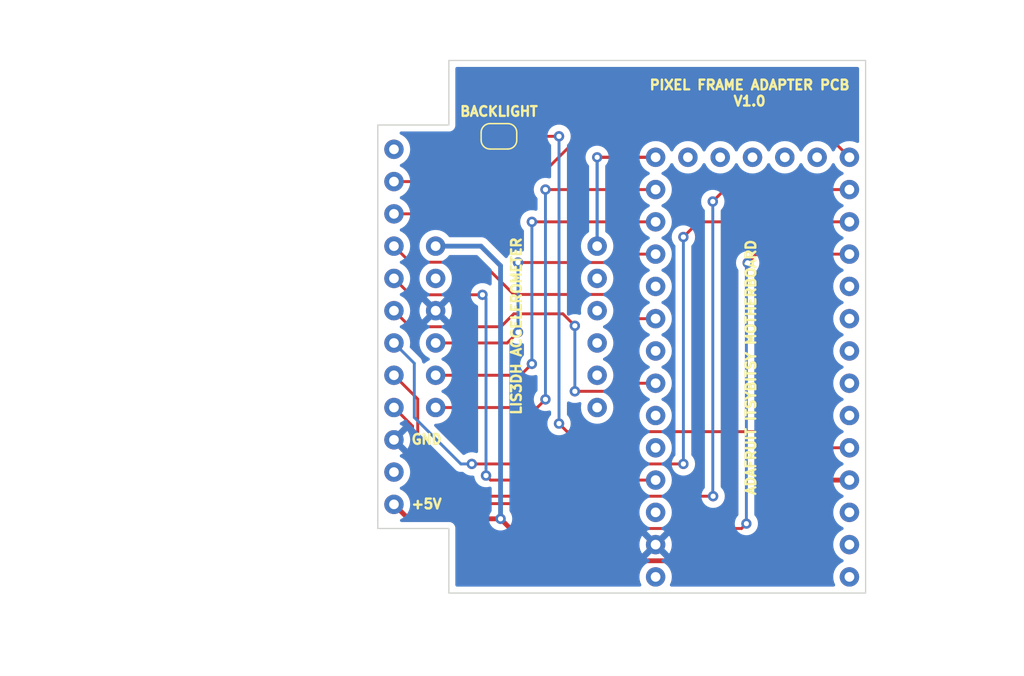
<source format=kicad_pcb>
(kicad_pcb (version 20211014) (generator pcbnew)
  (layers (0 "F.Cu" signal) (31 "B.Cu" signal) (34 "B.Paste" user) (35 "F.Paste" user) (36 "B.SilkS" user "B.Silkscreen") (37 "F.SilkS" user "F.Silkscreen") (38 "B.Mask" user) (39 "F.Mask" user) (44 "Edge.Cuts" user))
  (net 0 "")
  (net 1 "BACKLIGHT")
  (net 2 "+5V")
  (net 4 "GND")
  (net 5 "SPI_CLK")
  (net 6 "SD_CARD_MISO")
  (net 7 "SPI_MOSI")
  (net 8 "RST")
  (net 9 "SPI_DC")
  (net 10 "SD_CARD_CS")
  (net 25 "ACC_INT2")
  (net 26 "ACC_INT")
  (net 27 "I2C_SDA")
  (net 28 "I2C_SCL")
  (net 31 "SPI_CS")
  (net 42 "Net-(JP1-Pad2)")
  (footprint "pixel-frame-library:Adafruit_ItsyBitsy_M4" (layer "F.Cu") (at 161.0614 122.9106 180)
    (fp_text reference "U2" hide)
    (fp_text value "Adafruit_ItsyBitsy_M4")
    (pad "1" thru_hole circle (at -7.62 2.54 180) (size 1.524 1.524) (drill 0.762) (layers *.Cu *.Mask))
    (pad "2" thru_hole circle (at -7.62 5.08 180) (size 1.524 1.524) (drill 0.762) (layers *.Cu *.Mask))
    (pad "3" thru_hole circle (at -7.62 7.62 180) (size 1.524 1.524) (drill 0.762) (layers *.Cu *.Mask))
    (pad "4" thru_hole circle (at -7.62 10.16 180) (size 1.524 1.524) (drill 0.762) (layers *.Cu *.Mask) (net 2 "+5V"))
    (pad "5" thru_hole circle (at -7.62 12.7 180) (size 1.524 1.524) (drill 0.762) (layers *.Cu *.Mask) (net 1 "BACKLIGHT"))
    (pad "6" thru_hole circle (at -7.62 15.24 180) (size 1.524 1.524) (drill 0.762) (layers *.Cu *.Mask))
    (pad "7" thru_hole circle (at -7.62 17.78 180) (size 1.524 1.524) (drill 0.762) (layers *.Cu *.Mask))
    (pad "8" thru_hole circle (at -7.62 20.32 180) (size 1.524 1.524) (drill 0.762) (layers *.Cu *.Mask))
    (pad "9" thru_hole circle (at -7.62 22.86 180) (size 1.524 1.524) (drill 0.762) (layers *.Cu *.Mask))
    (pad "10" thru_hole circle (at -7.62 25.4 180) (size 1.524 1.524) (drill 0.762) (layers *.Cu *.Mask))
    (pad "11" thru_hole circle (at -7.62 27.94 180) (size 1.524 1.524) (drill 0.762) (layers *.Cu *.Mask) (net 5 "SPI_CLK"))
    (pad "12" thru_hole circle (at -7.62 30.48 180) (size 1.524 1.524) (drill 0.762) (layers *.Cu *.Mask) (net 7 "SPI_MOSI"))
    (pad "13" thru_hole circle (at -7.62 33.02 180) (size 1.524 1.524) (drill 0.762) (layers *.Cu *.Mask) (net 6 "SD_CARD_MISO"))
    (pad "14" thru_hole circle (at -7.62 35.56 180) (size 1.524 1.524) (drill 0.762) (layers *.Cu *.Mask) (net 10 "SD_CARD_CS"))
    (pad "15" thru_hole circle (at -5.08 35.56 180) (size 1.524 1.524) (drill 0.762) (layers *.Cu *.Mask))
    (pad "16" thru_hole circle (at -2.54 35.56 180) (size 1.524 1.524) (drill 0.762) (layers *.Cu *.Mask))
    (pad "17" thru_hole circle (at 0 35.56 180) (size 1.524 1.524) (drill 0.762) (layers *.Cu *.Mask))
    (pad "18" thru_hole circle (at 2.54 35.56 180) (size 1.524 1.524) (drill 0.762) (layers *.Cu *.Mask))
    (pad "19" thru_hole circle (at 5.08 35.56 180) (size 1.524 1.524) (drill 0.762) (layers *.Cu *.Mask))
    (pad "20" thru_hole circle (at 7.62 35.56 180) (size 1.524 1.524) (drill 0.762) (layers *.Cu *.Mask) (net 25 "ACC_INT2"))
    (pad "21" thru_hole circle (at 7.62 33.02 180) (size 1.524 1.524) (drill 0.762) (layers *.Cu *.Mask) (net 26 "ACC_INT"))
    (pad "22" thru_hole circle (at 7.62 30.48 180) (size 1.524 1.524) (drill 0.762) (layers *.Cu *.Mask) (net 27 "I2C_SDA"))
    (pad "23" thru_hole circle (at 7.62 27.94 180) (size 1.524 1.524) (drill 0.762) (layers *.Cu *.Mask) (net 28 "I2C_SCL"))
    (pad "24" thru_hole circle (at 7.62 25.4 180) (size 1.524 1.524) (drill 0.762) (layers *.Cu *.Mask))
    (pad "25" thru_hole circle (at 7.62 22.86 180) (size 1.524 1.524) (drill 0.762) (layers *.Cu *.Mask) (net 9 "SPI_DC"))
    (pad "26" thru_hole circle (at 7.62 20.32 180) (size 1.524 1.524) (drill 0.762) (layers *.Cu *.Mask))
    (pad "27" thru_hole circle (at 7.62 17.78 180) (size 1.524 1.524) (drill 0.762) (layers *.Cu *.Mask) (net 31 "SPI_CS"))
    (pad "28" thru_hole circle (at 7.62 15.24 180) (size 1.524 1.524) (drill 0.762) (layers *.Cu *.Mask))
    (pad "29" thru_hole circle (at 7.62 12.7 180) (size 1.524 1.524) (drill 0.762) (layers *.Cu *.Mask))
    (pad "30" thru_hole circle (at 7.62 10.16 180) (size 1.524 1.524) (drill 0.762) (layers *.Cu *.Mask) (net 8 "RST"))
    (pad "31" thru_hole circle (at 7.62 7.62 180) (size 1.524 1.524) (drill 0.762) (layers *.Cu *.Mask))
    (pad "32" thru_hole circle (at 7.62 5.08 180) (size 1.524 1.524) (drill 0.762) (layers *.Cu *.Mask) (net 4 "GND"))
    (pad "33" thru_hole circle (at 7.62 2.54 180) (size 1.524 1.524) (drill 0.762) (layers *.Cu *.Mask))
  )
  (footprint "pixel-frame-library:Adafruit_LIS3DH" (layer "F.Cu") (at 148.844 112.122204 180)
    (fp_text reference "U3" hide)
    (fp_text value "Adafruit_LIS3DH")
    (pad "1" thru_hole circle (at 0 5.08 180) (size 1.524 1.524) (drill 0.762) (layers *.Cu *.Mask))
    (pad "2" thru_hole circle (at 0 7.62 180) (size 1.524 1.524) (drill 0.762) (layers *.Cu *.Mask))
    (pad "3" thru_hole circle (at 0 10.16 180) (size 1.524 1.524) (drill 0.762) (layers *.Cu *.Mask))
    (pad "4" thru_hole circle (at 0 12.7 180) (size 1.524 1.524) (drill 0.762) (layers *.Cu *.Mask))
    (pad "5" thru_hole circle (at 0 15.24 180) (size 1.524 1.524) (drill 0.762) (layers *.Cu *.Mask))
    (pad "6" thru_hole circle (at 0 17.78 180) (size 1.524 1.524) (drill 0.762) (layers *.Cu *.Mask) (net 25 "ACC_INT2"))
    (pad "7" thru_hole circle (at 12.7 17.78 180) (size 1.524 1.524) (drill 0.762) (layers *.Cu *.Mask) (net 2 "+5V"))
    (pad "8" thru_hole circle (at 12.7 15.24 180) (size 1.524 1.524) (drill 0.762) (layers *.Cu *.Mask))
    (pad "9" thru_hole circle (at 12.7 12.7 180) (size 1.524 1.524) (drill 0.762) (layers *.Cu *.Mask) (net 4 "GND"))
    (pad "10" thru_hole circle (at 12.7 10.16 180) (size 1.524 1.524) (drill 0.762) (layers *.Cu *.Mask) (net 28 "I2C_SCL"))
    (pad "11" thru_hole circle (at 12.7 7.62 180) (size 1.524 1.524) (drill 0.762) (layers *.Cu *.Mask) (net 27 "I2C_SDA"))
    (pad "12" thru_hole circle (at 12.7 5.08 180) (size 1.524 1.524) (drill 0.762) (layers *.Cu *.Mask) (net 26 "ACC_INT"))
  )
  (footprint "pixel-frame-library:Adafruit_2_54in_TFT_Display" (layer "F.Cu") (at 132.8674 119.742204 180)
    (fp_text reference "U1" hide)
    (fp_text value "Adafruit_1_54in_TFT")
    (pad "1" thru_hole circle (at 0 5.08 180) (size 1.524 1.524) (drill 0.762) (layers *.Cu *.Mask) (net 2 "+5V"))
    (pad "2" thru_hole circle (at 0 7.62 180) (size 1.524 1.524) (drill 0.762) (layers *.Cu *.Mask))
    (pad "3" thru_hole circle (at 0 10.16 180) (size 1.524 1.524) (drill 0.762) (layers *.Cu *.Mask) (net 4 "GND"))
    (pad "4" thru_hole circle (at 0 12.7 180) (size 1.524 1.524) (drill 0.762) (layers *.Cu *.Mask) (net 5 "SPI_CLK"))
    (pad "5" thru_hole circle (at 0 15.24 180) (size 1.524 1.524) (drill 0.762) (layers *.Cu *.Mask) (net 6 "SD_CARD_MISO"))
    (pad "6" thru_hole circle (at 0 17.78 180) (size 1.524 1.524) (drill 0.762) (layers *.Cu *.Mask) (net 7 "SPI_MOSI"))
    (pad "7" thru_hole circle (at 0 20.32 180) (size 1.524 1.524) (drill 0.762) (layers *.Cu *.Mask) (net 31 "SPI_CS"))
    (pad "8" thru_hole circle (at 0 22.86 180) (size 1.524 1.524) (drill 0.762) (layers *.Cu *.Mask) (net 8 "RST"))
    (pad "9" thru_hole circle (at 0 25.4 180) (size 1.524 1.524) (drill 0.762) (layers *.Cu *.Mask) (net 9 "SPI_DC"))
    (pad "10" thru_hole circle (at 0 27.94 180) (size 1.524 1.524) (drill 0.762) (layers *.Cu *.Mask) (net 10 "SD_CARD_CS"))
    (pad "11" thru_hole circle (at 0 30.48 180) (size 1.524 1.524) (drill 0.762) (layers *.Cu *.Mask) (net 42 "Net-(JP1-Pad2)"))
    (pad "12" thru_hole circle (at 0 33.02 180) (size 1.524 1.524) (drill 0.762) (layers *.Cu *.Mask))
  )
  (footprint "pixel-frame-library:SolderJumper-2_P1.3mm_Bridged_RoundedPad1.0x1.5mm" (layer "F.Cu") (at 141.1224 85.6996 180)
    (fp_text reference "JP1" hide)
    (fp_text value "SolderJumper_2_Bridged")
    (fp_poly (pts (xy 0.25 -0.3) (xy -0.25 -0.3) (xy -0.25 0.3) (xy 0.25 0.3)) (layer "F.Cu") (width 0) (fill solid))
    (fp_line (start -0.7 -1) (end 0.7 -1) (layer "F.SilkS") (width 0.12))
    (fp_line (start -1.4 0.3) (end -1.4 -0.3) (layer "F.SilkS") (width 0.12))
    (fp_line (start 1.4 -0.3) (end 1.4 0.3) (layer "F.SilkS") (width 0.12))
    (fp_line (start 0.7 1) (end -0.7 1) (layer "F.SilkS") (width 0.12))
    (fp_arc (start 1.4 0.3) (mid 1.194975 0.794975) (end 0.7 1) (layer "F.SilkS") (width 0.12))
    (fp_arc (start -1.4 -0.3) (mid -1.194975 -0.794975) (end -0.7 -1) (layer "F.SilkS") (width 0.12))
    (fp_arc (start 0.7 -1) (mid 1.194975 -0.794975) (end 1.4 -0.3) (layer "F.SilkS") (width 0.12))
    (fp_arc (start -0.7 1) (mid -1.194975 0.794975) (end -1.4 0.3) (layer "F.SilkS") (width 0.12))
    (pad "1" smd custom (at -0.65 0 180) (size 1 0.5) (layers "F.Cu" "F.Mask") (net 1 "BACKLIGHT") (options (clearance outline) (anchor rect)) (primitives (gr_circle (center 0 0.25) (end 0.5 0.25) (width 0) (fill yes)) (gr_circle (center 0 -0.25) (end 0.5 -0.25) (width 0) (fill yes)) (gr_poly (pts (xy 0.5 0.75) (xy 0 0.75) (xy 0 -0.75) (xy 0.5 -0.75)) (width 0) (fill yes))))
    (pad "2" smd custom (at 0.65 0 180) (size 1 0.5) (layers "F.Cu" "F.Mask") (net 42 "Net-(JP1-Pad2)") (options (clearance outline) (anchor rect)) (primitives (gr_circle (center 0 0.25) (end 0.5 0.25) (width 0) (fill yes)) (gr_circle (center 0 -0.25) (end 0.5 -0.25) (width 0) (fill yes)) (gr_poly (pts (xy 0 0.75) (xy -0.5 0.75) (xy -0.5 -0.75) (xy 0 -0.75)) (width 0) (fill yes))))
  )
  (gr_line (start 131.5974 115.951) (end 131.5974 85.4202) (layer "Edge.Cuts") (width 0.1))
  (gr_line (start 136.6774 116.5606) (end 137.1854 116.5606) (layer "Edge.Cuts") (width 0.1))
  (gr_line (start 131.5974 84.8106) (end 137.1854 84.8106) (layer "Edge.Cuts") (width 0.1))
  (gr_line (start 137.1854 84.8106) (end 137.1854 79.7306) (layer "Edge.Cuts") (width 0.1))
  (gr_line (start 131.5974 116.5606) (end 131.5974 115.951) (layer "Edge.Cuts") (width 0.1))
  (gr_line (start 131.5974 116.5606) (end 136.6774 116.5606) (layer "Edge.Cuts") (width 0.1))
  (gr_line (start 131.5974 84.8106) (end 131.5974 85.4202) (layer "Edge.Cuts") (width 0.1))
  (gr_line (start 137.1854 121.6406) (end 169.9514 121.6406) (layer "Edge.Cuts") (width 0.1))
  (gr_line (start 137.1854 79.7306) (end 169.9514 79.7306) (layer "Edge.Cuts") (width 0.1))
  (gr_line (start 169.9514 79.7306) (end 169.9514 121.6406) (layer "Edge.Cuts") (width 0.1))
  (gr_line (start 137.1854 116.5606) (end 137.1854 121.6406) (layer "Edge.Cuts") (width 0.1))
  (gr_text "GND" (at 135.4328 109.5502) (layer "F.SilkS") (effects (font (size 0.762 0.762) (thickness 0.1905))))
  (gr_text "V1.0" (at 160.8328 82.931) (layer "F.SilkS") (effects (font (size 0.762 0.762) (thickness 0.1905))))
  (gr_text "+5V" (at 135.4328 114.6302) (layer "F.SilkS") (effects (font (size 0.762 0.762) (thickness 0.1905))))
  (gr_text "BACKLIGHT" (at 141.1224 83.7438) (layer "F.SilkS") (effects (font (size 0.762 0.762) (thickness 0.1905))))
  (gr_text "PIXEL FRAME ADAPTER PCB" (at 160.8328 81.661) (layer "F.SilkS") (effects (font (size 0.762 0.762) (thickness 0.1905))))
  (gr_text "ADAFRUIT ITSYBITSY MOTHERBOARD" (at 160.9344 103.886 90) (layer "F.SilkS") (effects (font (size 0.762 0.762) (thickness 0.1905))))
  (gr_text "LIS3DH ACCELEROMETER" (at 142.494 100.6348 90) (layer "F.SilkS") (effects (font (size 0.762 0.762) (thickness 0.1905))))
  (segment (start 141.7724 85.6996) (end 145.8468 85.6996) (width 0.2286) (layer "F.Cu") (net 1))
  (segment (start 145.8468 108.3056) (end 146.4818 108.9406) (width 0.2286) (layer "F.Cu") (net 1))
  (segment (start 146.4818 108.9406) (end 165.6334 108.9406) (width 0.2286) (layer "F.Cu") (net 1))
  (segment (start 165.6334 108.9406) (end 166.9034 110.2106) (width 0.2286) (layer "F.Cu") (net 1))
  (segment (start 166.9034 110.2106) (end 168.6814 110.2106) (width 0.2286) (layer "F.Cu") (net 1))
  (via (at 145.8468 85.6996) (size 0.8128) (drill 0.4064) (layers "F.Cu" "B.Cu") (net 1))
  (via (at 145.8468 108.3056) (size 0.8128) (drill 0.4064) (layers "F.Cu" "B.Cu") (net 1))
  (segment (start 145.8468 85.6996) (end 145.8468 108.3056) (width 0.2286) (layer "B.Cu") (net 1))
  (segment (start 141.2494 115.7986) (end 134.003796 115.7986) (width 0.381) (layer "F.Cu") (net 2))
  (segment (start 141.2494 115.7986) (end 144.5514 119.1006) (width 0.381) (layer "F.Cu") (net 2))
  (segment (start 160.528 119.1006) (end 166.878 112.7506) (width 0.381) (layer "F.Cu") (net 2))
  (segment (start 134.003796 115.7986) (end 132.8674 114.662204) (width 0.381) (layer "F.Cu") (net 2))
  (segment (start 144.5514 119.1006) (end 160.528 119.1006) (width 0.381) (layer "F.Cu") (net 2))
  (segment (start 166.878 112.7506) (end 168.6814 112.7506) (width 0.381) (layer "F.Cu") (net 2))
  (via (at 141.2494 115.7986) (size 0.8128) (drill 0.4064) (layers "F.Cu" "B.Cu") (net 2))
  (segment (start 141.2494 95.885) (end 141.2494 115.7986) (width 0.381) (layer "B.Cu") (net 2))
  (segment (start 136.144 94.342204) (end 139.706604 94.342204) (width 0.381) (layer "B.Cu") (net 2))
  (segment (start 139.706604 94.342204) (end 141.2494 95.885) (width 0.381) (layer "B.Cu") (net 2))
  (segment (start 132.8674 107.042204) (end 134.33038 108.505184) (width 0.2286) (layer "F.Cu") (net 5))
  (segment (start 137.287 114.6048) (end 148.4376 114.6048) (width 0.2286) (layer "F.Cu") (net 5))
  (segment (start 161.3662 94.9706) (end 160.6804 95.6564) (width 0.2286) (layer "F.Cu") (net 5))
  (segment (start 134.33038 108.505184) (end 134.33038 111.64818) (width 0.2286) (layer "F.Cu") (net 5))
  (segment (start 168.6814 94.9706) (end 161.3662 94.9706) (width 0.2286) (layer "F.Cu") (net 5))
  (segment (start 160.1978 116.5606) (end 160.5788 116.1796) (width 0.2286) (layer "F.Cu") (net 5))
  (segment (start 148.4376 114.6048) (end 150.3934 116.5606) (width 0.2286) (layer "F.Cu") (net 5))
  (segment (start 134.33038 111.64818) (end 137.287 114.6048) (width 0.2286) (layer "F.Cu") (net 5))
  (segment (start 150.3934 116.5606) (end 160.1978 116.5606) (width 0.2286) (layer "F.Cu") (net 5))
  (via (at 160.5788 116.1796) (size 0.8) (drill 0.4) (layers "F.Cu" "B.Cu") (net 5))
  (via (at 160.6804 95.6564) (size 0.8128) (drill 0.4064) (layers "F.Cu" "B.Cu") (net 5))
  (segment (start 160.5788 116.1796) (end 160.5788 95.758) (width 0.2286) (layer "B.Cu") (net 5))
  (segment (start 160.5788 95.758) (end 160.6042 95.7326) (width 0.2286) (layer "B.Cu") (net 5))
  (segment (start 160.6042 95.7326) (end 160.6804 95.6564) (width 0.2286) (layer "B.Cu") (net 5))
  (segment (start 137.4902 114.0206) (end 157.9626 114.0206) (width 0.2286) (layer "F.Cu") (net 6))
  (segment (start 157.9372 90.8304) (end 158.877 89.8906) (width 0.2286) (layer "F.Cu") (net 6))
  (segment (start 132.8674 104.502204) (end 134.7363 106.371104) (width 0.2286) (layer "F.Cu") (net 6))
  (segment (start 158.877 89.8906) (end 168.6814 89.8906) (width 0.2286) (layer "F.Cu") (net 6))
  (segment (start 134.7363 111.2667) (end 137.4902 114.0206) (width 0.2286) (layer "F.Cu") (net 6))
  (segment (start 134.7363 106.371104) (end 134.7363 111.2667) (width 0.2286) (layer "F.Cu") (net 6))
  (via (at 157.9626 114.0206) (size 0.8128) (drill 0.4064) (layers "F.Cu" "B.Cu") (net 6))
  (via (at 157.9372 90.8304) (size 0.8128) (drill 0.4064) (layers "F.Cu" "B.Cu") (net 6))
  (segment (start 157.9626 114.0206) (end 157.9372 113.9952) (width 0.2286) (layer "B.Cu") (net 6))
  (segment (start 157.9372 113.9952) (end 157.9372 90.8304) (width 0.2286) (layer "B.Cu") (net 6))
  (segment (start 155.6258 93.6244) (end 156.8196 92.4306) (width 0.2286) (layer "F.Cu") (net 7))
  (segment (start 138.9888 111.4806) (end 155.6258 111.4806) (width 0.2286) (layer "F.Cu") (net 7))
  (segment (start 156.8196 92.4306) (end 168.6814 92.4306) (width 0.2286) (layer "F.Cu") (net 7))
  (via (at 155.6258 93.6244) (size 0.8128) (drill 0.4064) (layers "F.Cu" "B.Cu") (net 7))
  (via (at 155.6258 111.4806) (size 0.8128) (drill 0.4064) (layers "F.Cu" "B.Cu") (net 7))
  (via (at 138.9888 111.4806) (size 0.8128) (drill 0.4064) (layers "F.Cu" "B.Cu") (net 7))
  (segment (start 132.8674 101.962204) (end 134.467596 103.5624) (width 0.2286) (layer "B.Cu") (net 7))
  (segment (start 138.1252 111.4806) (end 134.467596 107.822996) (width 0.2286) (layer "B.Cu") (net 7))
  (segment (start 138.9888 111.4806) (end 138.1252 111.4806) (width 0.2286) (layer "B.Cu") (net 7))
  (segment (start 134.467596 107.822996) (end 134.467596 103.5624) (width 0.2286) (layer "B.Cu") (net 7))
  (segment (start 155.6258 111.4806) (end 155.6258 93.6244) (width 0.2286) (layer "B.Cu") (net 7))
  (segment (start 134.156196 98.171) (end 139.827 98.171) (width 0.2286) (layer "F.Cu") (net 8))
  (segment (start 132.8674 96.882204) (end 134.156196 98.171) (width 0.2286) (layer "F.Cu") (net 8))
  (segment (start 140.462 112.7506) (end 140.1064 112.395) (width 0.2286) (layer "F.Cu") (net 8))
  (segment (start 153.4414 112.7506) (end 140.462 112.7506) (width 0.2286) (layer "F.Cu") (net 8))
  (via (at 139.827 98.171) (size 0.8128) (drill 0.4064) (layers "F.Cu" "B.Cu") (net 8))
  (via (at 140.1064 112.395) (size 0.8128) (drill 0.4064) (layers "F.Cu" "B.Cu") (net 8))
  (segment (start 140.1064 112.395) (end 140.1064 98.4504) (width 0.2286) (layer "B.Cu") (net 8))
  (segment (start 140.1064 98.4504) (end 139.827 98.171) (width 0.2286) (layer "B.Cu") (net 8))
  (segment (start 139.7508 95.6056) (end 142.2908 98.1456) (width 0.2286) (layer "F.Cu") (net 9))
  (segment (start 142.2908 98.1456) (end 150.0124 98.1456) (width 0.2286) (layer "F.Cu") (net 9))
  (segment (start 150.0124 98.1456) (end 151.9174 100.0506) (width 0.2286) (layer "F.Cu") (net 9))
  (segment (start 132.8674 94.342204) (end 134.130796 95.6056) (width 0.2286) (layer "F.Cu") (net 9))
  (segment (start 134.130796 95.6056) (end 139.7508 95.6056) (width 0.2286) (layer "F.Cu") (net 9))
  (segment (start 151.9174 100.0506) (end 153.4414 100.0506) (width 0.2286) (layer "F.Cu") (net 9))
  (segment (start 132.8674 91.802204) (end 136.873996 91.802204) (width 0.2286) (layer "F.Cu") (net 10))
  (segment (start 136.873996 91.802204) (end 140.3096 88.3666) (width 0.2286) (layer "F.Cu") (net 10))
  (segment (start 166.624 85.2932) (end 168.6814 87.3506) (width 0.2286) (layer "F.Cu") (net 10))
  (segment (start 147.8788 85.2932) (end 166.624 85.2932) (width 0.2286) (layer "F.Cu") (net 10))
  (segment (start 140.3096 88.3666) (end 144.8054 88.3666) (width 0.2286) (layer "F.Cu") (net 10))
  (segment (start 144.8054 88.3666) (end 147.8788 85.2932) (width 0.2286) (layer "F.Cu") (net 10))
  (segment (start 153.4414 87.3506) (end 148.844 87.3506) (width 0.25) (layer "F.Cu") (net 25))
  (via (at 148.844 87.3506) (size 0.8) (drill 0.4) (layers "F.Cu" "B.Cu") (net 25))
  (segment (start 148.844 87.3506) (end 148.844 94.342204) (width 0.25) (layer "B.Cu") (net 25))
  (segment (start 144.78 89.8906) (end 153.4414 89.8906) (width 0.2286) (layer "F.Cu") (net 26))
  (segment (start 136.144 107.042204) (end 144.138396 107.042204) (width 0.2286) (layer "F.Cu") (net 26))
  (segment (start 144.138396 107.042204) (end 144.78 106.4006) (width 0.2286) (layer "F.Cu") (net 26))
  (via (at 144.78 106.4006) (size 0.8128) (drill 0.4064) (layers "F.Cu" "B.Cu") (net 26))
  (via (at 144.78 89.8906) (size 0.8128) (drill 0.4064) (layers "F.Cu" "B.Cu") (net 26))
  (segment (start 144.78 106.4006) (end 144.78 89.8906) (width 0.2286) (layer "B.Cu") (net 26))
  (segment (start 136.144 104.502204) (end 142.817596 104.502204) (width 0.2286) (layer "F.Cu") (net 27))
  (segment (start 143.7132 92.4306) (end 153.4414 92.4306) (width 0.2286) (layer "F.Cu") (net 27))
  (segment (start 142.817596 104.502204) (end 143.7132 103.6066) (width 0.2286) (layer "F.Cu") (net 27))
  (via (at 143.7132 103.6066) (size 0.8128) (drill 0.4064) (layers "F.Cu" "B.Cu") (net 27))
  (via (at 143.7132 92.4306) (size 0.8128) (drill 0.4064) (layers "F.Cu" "B.Cu") (net 27))
  (segment (start 143.7132 103.6066) (end 143.7132 92.4306) (width 0.2286) (layer "B.Cu") (net 27))
  (segment (start 151.1808 94.9706) (end 153.4414 94.9706) (width 0.2286) (layer "F.Cu") (net 28))
  (segment (start 136.144 101.962204) (end 141.776196 101.962204) (width 0.2286) (layer "F.Cu") (net 28))
  (segment (start 142.621 95.631) (end 150.5204 95.631) (width 0.2286) (layer "F.Cu") (net 28))
  (segment (start 150.5204 95.631) (end 151.1808 94.9706) (width 0.2286) (layer "F.Cu") (net 28))
  (segment (start 141.776196 101.962204) (end 142.621 101.1174) (width 0.2286) (layer "F.Cu") (net 28))
  (via (at 142.621 101.1174) (size 0.8128) (drill 0.4064) (layers "F.Cu" "B.Cu") (net 28))
  (via (at 142.621 95.631) (size 0.8128) (drill 0.4064) (layers "F.Cu" "B.Cu") (net 28))
  (segment (start 142.621 101.1174) (end 142.621 95.631) (width 0.2286) (layer "B.Cu") (net 28))
  (segment (start 142.2908 99.6696) (end 146.1516 99.6696) (width 0.2286) (layer "F.Cu") (net 31))
  (segment (start 132.8674 99.422204) (end 134.130796 100.6856) (width 0.2286) (layer "F.Cu") (net 31))
  (segment (start 134.130796 100.6856) (end 141.2748 100.6856) (width 0.2286) (layer "F.Cu") (net 31))
  (segment (start 150.4188 105.7656) (end 147.0914 105.7656) (width 0.2286) (layer "F.Cu") (net 31))
  (segment (start 153.4414 105.1306) (end 151.0538 105.1306) (width 0.2286) (layer "F.Cu") (net 31))
  (segment (start 146.1516 99.6696) (end 147.0914 100.6094) (width 0.2286) (layer "F.Cu") (net 31))
  (segment (start 151.0538 105.1306) (end 150.4188 105.7656) (width 0.2286) (layer "F.Cu") (net 31))
  (segment (start 141.2748 100.6856) (end 142.2908 99.6696) (width 0.2286) (layer "F.Cu") (net 31))
  (via (at 147.0914 105.7656) (size 0.8128) (drill 0.4064) (layers "F.Cu" "B.Cu") (net 31))
  (via (at 147.0914 100.6094) (size 0.8128) (drill 0.4064) (layers "F.Cu" "B.Cu") (net 31))
  (segment (start 147.0914 100.6094) (end 147.0914 105.7656) (width 0.2286) (layer "B.Cu") (net 31))
  (segment (start 135.375396 89.262204) (end 138.938 85.6996) (width 0.2286) (layer "F.Cu") (net 42))
  (segment (start 132.8674 89.262204) (end 135.375396 89.262204) (width 0.2286) (layer "F.Cu") (net 42))
  (segment (start 138.938 85.6996) (end 140.4724 85.6996) (width 0.2286) (layer "F.Cu") (net 42))
  (zone (net 4) (net_name "GND") (layer "B.Cu") (connect_pads (clearance 0.508)) (min_thickness 0.254) (fill yes (thermal_gap 0.508) (thermal_bridge_width 0.508))
    (polygon (pts (xy 169.9514 121.6406) (xy 137.1854 121.6406) (xy 137.1854 116.5606) (xy 131.5974 116.5606) (xy 131.5974 84.8106) (xy 137.1854 84.8106) (xy 137.1854 79.7306) (xy 169.9514 79.7306)))
  )
)
</source>
